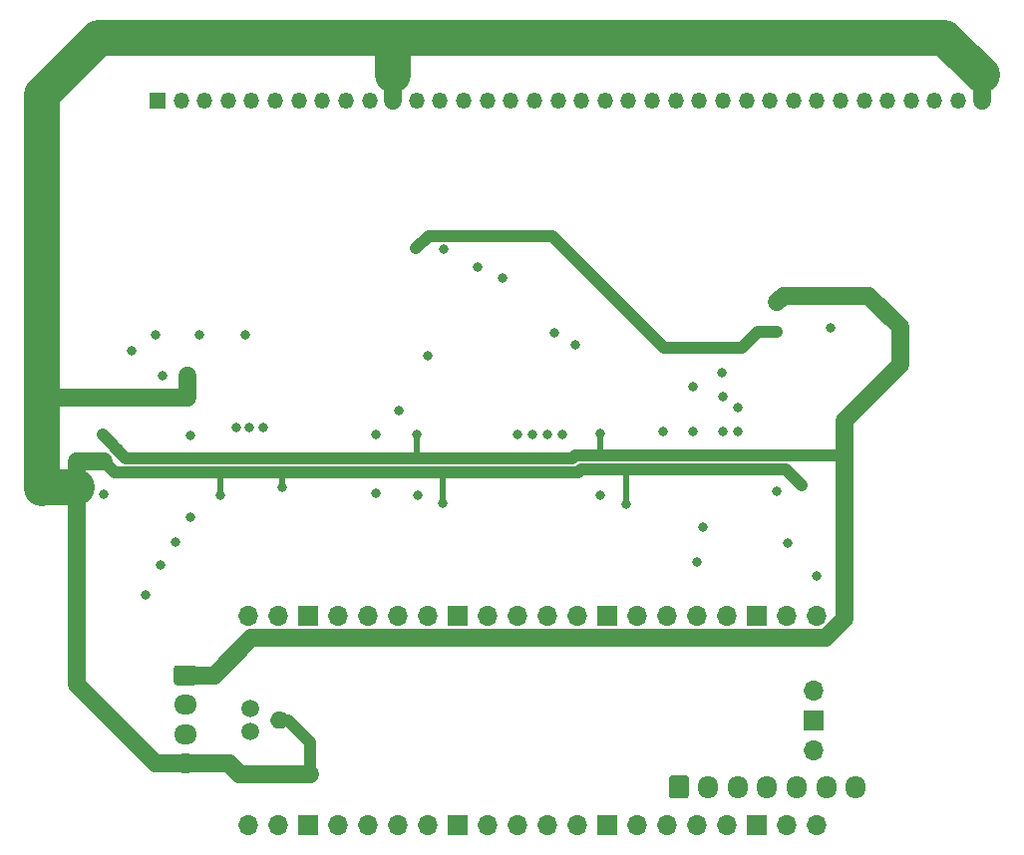
<source format=gbr>
%TF.GenerationSoftware,KiCad,Pcbnew,(5.1.9)-1*%
%TF.CreationDate,2021-04-30T23:03:23+10:00*%
%TF.ProjectId,RedPyKeeb_MCU,52656450-794b-4656-9562-5f4d43552e6b,rev?*%
%TF.SameCoordinates,Original*%
%TF.FileFunction,Copper,L2,Inr*%
%TF.FilePolarity,Positive*%
%FSLAX46Y46*%
G04 Gerber Fmt 4.6, Leading zero omitted, Abs format (unit mm)*
G04 Created by KiCad (PCBNEW (5.1.9)-1) date 2021-04-30 23:03:23*
%MOMM*%
%LPD*%
G01*
G04 APERTURE LIST*
%TA.AperFunction,ComponentPad*%
%ADD10O,1.700000X1.700000*%
%TD*%
%TA.AperFunction,ComponentPad*%
%ADD11R,1.700000X1.700000*%
%TD*%
%TA.AperFunction,ComponentPad*%
%ADD12C,1.500000*%
%TD*%
%TA.AperFunction,ComponentPad*%
%ADD13C,0.100000*%
%TD*%
%TA.AperFunction,ComponentPad*%
%ADD14O,1.700000X1.950000*%
%TD*%
%TA.AperFunction,ComponentPad*%
%ADD15O,1.950000X1.700000*%
%TD*%
%TA.AperFunction,ComponentPad*%
%ADD16R,1.350000X1.350000*%
%TD*%
%TA.AperFunction,ComponentPad*%
%ADD17O,1.350000X1.350000*%
%TD*%
%TA.AperFunction,ViaPad*%
%ADD18C,0.800000*%
%TD*%
%TA.AperFunction,Conductor*%
%ADD19C,1.524000*%
%TD*%
%TA.AperFunction,Conductor*%
%ADD20C,1.016000*%
%TD*%
%TA.AperFunction,Conductor*%
%ADD21C,3.048000*%
%TD*%
%TA.AperFunction,Conductor*%
%ADD22C,0.508000*%
%TD*%
G04 APERTURE END LIST*
D10*
%TO.N,Net-(U0-Pad1)*%
%TO.C,U0*%
X63628600Y-82089900D03*
%TO.N,Net-(U0-Pad2)*%
X66168600Y-82089900D03*
D11*
%TO.N,Net-(U0-Pad3)*%
X68708600Y-82089900D03*
D10*
%TO.N,LED_SCL_STATUS0_PICO*%
X71248600Y-82089900D03*
%TO.N,LED_SDA_STATUS0_PICO*%
X73788600Y-82089900D03*
%TO.N,Net-(U0-Pad6)*%
X76328600Y-82089900D03*
%TO.N,Net-(U0-Pad7)*%
X78868600Y-82089900D03*
D11*
%TO.N,Net-(U0-Pad8)*%
X81408600Y-82089900D03*
D10*
%TO.N,LED_SCL_ROW0_PICO*%
X83948600Y-82089900D03*
%TO.N,LED_SDA_ROW0_PICO*%
X86488600Y-82089900D03*
%TO.N,Net-(U0-Pad11)*%
X89028600Y-82089900D03*
%TO.N,Net-(U0-Pad12)*%
X91568600Y-82089900D03*
D11*
%TO.N,Net-(U0-Pad13)*%
X94108600Y-82089900D03*
D10*
%TO.N,SPI_CLK_PICO*%
X96648600Y-82089900D03*
%TO.N,SPI_MOSI_PICO*%
X99188600Y-82089900D03*
%TO.N,SPI_MISO_PICO*%
X101728600Y-82089900D03*
%TO.N,PICO_33_REF*%
X104268600Y-82089900D03*
D11*
%TO.N,Net-(U0-Pad18)*%
X106808600Y-82089900D03*
D10*
%TO.N,Net-(U0-Pad19)*%
X109348600Y-82089900D03*
%TO.N,Net-(U0-Pad20)*%
X111888600Y-82089900D03*
%TO.N,Net-(U0-Pad21)*%
X111888600Y-99869900D03*
%TO.N,Net-(J2-Pad5)*%
X109348600Y-99869900D03*
D11*
%TO.N,Net-(U0-Pad23)*%
X106808600Y-99869900D03*
D10*
%TO.N,Net-(J2-Pad3)*%
X104268600Y-99869900D03*
%TO.N,Net-(J2-Pad4)*%
X101728600Y-99869900D03*
%TO.N,Net-(J2-Pad6)*%
X99188600Y-99869900D03*
%TO.N,Net-(J2-Pad7)*%
X96648600Y-99869900D03*
D11*
%TO.N,Net-(U0-Pad28)*%
X94108600Y-99869900D03*
D10*
%TO.N,Net-(U0-Pad29)*%
X91568600Y-99869900D03*
%TO.N,Net-(U0-Pad30)*%
X89028600Y-99869900D03*
%TO.N,Net-(U0-Pad31)*%
X86488600Y-99869900D03*
%TO.N,Net-(U0-Pad32)*%
X83948600Y-99869900D03*
D11*
%TO.N,Net-(U0-Pad33)*%
X81408600Y-99869900D03*
D10*
%TO.N,Net-(U0-Pad34)*%
X78868600Y-99869900D03*
%TO.N,Net-(U0-Pad35)*%
X76328600Y-99869900D03*
%TO.N,Net-(J2-Pad1)*%
X73788600Y-99869900D03*
%TO.N,Net-(U0-Pad37)*%
X71248600Y-99869900D03*
D11*
%TO.N,Net-(J2-Pad2)*%
X68708600Y-99869900D03*
D10*
%TO.N,MAIN_VBUS*%
X66168600Y-99869900D03*
%TO.N,Net-(U0-Pad40)*%
X63628600Y-99869900D03*
%TO.N,Net-(U0-Pad41)*%
X111658600Y-88439900D03*
D11*
%TO.N,Net-(U0-Pad42)*%
X111658600Y-90979900D03*
D10*
%TO.N,Net-(U0-Pad43)*%
X111658600Y-93519900D03*
D12*
%TO.N,USB_DP*%
X63758600Y-89979900D03*
%TO.N,USB_DN*%
X63758600Y-91979900D03*
%TA.AperFunction,ComponentPad*%
D13*
%TO.N,GNDPWR*%
G36*
X65516718Y-90869852D02*
G01*
X65531077Y-90797665D01*
X65552442Y-90727233D01*
X65580608Y-90659234D01*
X65615304Y-90594323D01*
X65656194Y-90533126D01*
X65702887Y-90476231D01*
X65709817Y-90469301D01*
X65712406Y-90460766D01*
X65717027Y-90452121D01*
X65723245Y-90444545D01*
X65730821Y-90438327D01*
X65739466Y-90433706D01*
X65748001Y-90431117D01*
X65754931Y-90424187D01*
X65811826Y-90377494D01*
X65873023Y-90336604D01*
X65937934Y-90301908D01*
X66005933Y-90273742D01*
X66076365Y-90252377D01*
X66148552Y-90238018D01*
X66221799Y-90230803D01*
X66295401Y-90230803D01*
X66368648Y-90238018D01*
X66440835Y-90252377D01*
X66511267Y-90273742D01*
X66579266Y-90301908D01*
X66644177Y-90336604D01*
X66705374Y-90377494D01*
X66762269Y-90424187D01*
X66769199Y-90431117D01*
X66777734Y-90433706D01*
X66786379Y-90438327D01*
X66793955Y-90444545D01*
X66800173Y-90452121D01*
X66804794Y-90460766D01*
X66807383Y-90469301D01*
X66814313Y-90476231D01*
X66861006Y-90533126D01*
X66901896Y-90594323D01*
X66936592Y-90659234D01*
X66964758Y-90727233D01*
X66986123Y-90797665D01*
X67000482Y-90869852D01*
X67007697Y-90943099D01*
X67007697Y-91016701D01*
X67000482Y-91089948D01*
X66986123Y-91162135D01*
X66964758Y-91232567D01*
X66936592Y-91300566D01*
X66901896Y-91365477D01*
X66861006Y-91426674D01*
X66814313Y-91483569D01*
X66807383Y-91490499D01*
X66804794Y-91499034D01*
X66800173Y-91507679D01*
X66793955Y-91515255D01*
X66786379Y-91521473D01*
X66777734Y-91526094D01*
X66769199Y-91528683D01*
X66762269Y-91535613D01*
X66705374Y-91582306D01*
X66644177Y-91623196D01*
X66579266Y-91657892D01*
X66511267Y-91686058D01*
X66440835Y-91707423D01*
X66368648Y-91721782D01*
X66295401Y-91728997D01*
X66221799Y-91728997D01*
X66148552Y-91721782D01*
X66076365Y-91707423D01*
X66005933Y-91686058D01*
X65937934Y-91657892D01*
X65873023Y-91623196D01*
X65811826Y-91582306D01*
X65754931Y-91535613D01*
X65748001Y-91528683D01*
X65739466Y-91526094D01*
X65730821Y-91521473D01*
X65723245Y-91515255D01*
X65717027Y-91507679D01*
X65712406Y-91499034D01*
X65709817Y-91490499D01*
X65702887Y-91483569D01*
X65656194Y-91426674D01*
X65615304Y-91365477D01*
X65580608Y-91300566D01*
X65552442Y-91232567D01*
X65531077Y-91162135D01*
X65516718Y-91089948D01*
X65509503Y-91016701D01*
X65509503Y-90943099D01*
X65516718Y-90869852D01*
G37*
%TD.AperFunction*%
%TD*%
D14*
%TO.N,Net-(J2-Pad7)*%
%TO.C,J2*%
X115177600Y-96672400D03*
%TO.N,Net-(J2-Pad6)*%
X112677600Y-96672400D03*
%TO.N,Net-(J2-Pad5)*%
X110177600Y-96672400D03*
%TO.N,Net-(J2-Pad4)*%
X107677600Y-96672400D03*
%TO.N,Net-(J2-Pad3)*%
X105177600Y-96672400D03*
%TO.N,Net-(J2-Pad2)*%
X102677600Y-96672400D03*
%TO.N,Net-(J2-Pad1)*%
%TA.AperFunction,ComponentPad*%
G36*
G01*
X99327600Y-97397400D02*
X99327600Y-95947400D01*
G75*
G02*
X99577600Y-95697400I250000J0D01*
G01*
X100777600Y-95697400D01*
G75*
G02*
X101027600Y-95947400I0J-250000D01*
G01*
X101027600Y-97397400D01*
G75*
G02*
X100777600Y-97647400I-250000J0D01*
G01*
X99577600Y-97647400D01*
G75*
G02*
X99327600Y-97397400I0J250000D01*
G01*
G37*
%TD.AperFunction*%
%TD*%
D15*
%TO.N,GNDPWR*%
%TO.C,J0*%
X58267600Y-94687400D03*
%TO.N,USB_DN*%
X58267600Y-92187400D03*
%TO.N,USB_DP*%
X58267600Y-89687400D03*
%TO.N,MAIN_VBUS*%
%TA.AperFunction,ComponentPad*%
G36*
G01*
X57542600Y-86337400D02*
X58992600Y-86337400D01*
G75*
G02*
X59242600Y-86587400I0J-250000D01*
G01*
X59242600Y-87787400D01*
G75*
G02*
X58992600Y-88037400I-250000J0D01*
G01*
X57542600Y-88037400D01*
G75*
G02*
X57292600Y-87787400I0J250000D01*
G01*
X57292600Y-86587400D01*
G75*
G02*
X57542600Y-86337400I250000J0D01*
G01*
G37*
%TD.AperFunction*%
%TD*%
D16*
%TO.N,KEY_ROW0*%
%TO.C,J1*%
X55905400Y-38366700D03*
D17*
%TO.N,KEY_ROW1*%
X57905400Y-38366700D03*
%TO.N,KEY_ROW2*%
X59905400Y-38366700D03*
%TO.N,KEY_ROW3*%
X61905400Y-38366700D03*
%TO.N,KEY_ROW4*%
X63905400Y-38366700D03*
%TO.N,KEY_ROW5*%
X65905400Y-38366700D03*
%TO.N,KEY_ROW6*%
X67905400Y-38366700D03*
%TO.N,MAIN_VBUS*%
X69905400Y-38366700D03*
%TO.N,LED_SDA_ROW0*%
X71905400Y-38366700D03*
%TO.N,LED_SCL_ROW0*%
X73905400Y-38366700D03*
%TO.N,GNDPWR*%
X75905400Y-38366700D03*
%TO.N,KEY_COL0*%
X77905400Y-38366700D03*
%TO.N,KEY_COL1*%
X79905400Y-38366700D03*
%TO.N,KEY_COL2*%
X81905400Y-38366700D03*
%TO.N,KEY_COL3*%
X83905400Y-38366700D03*
%TO.N,KEY_COL4*%
X85905400Y-38366700D03*
%TO.N,KEY_COL5*%
X87905400Y-38366700D03*
%TO.N,KEY_COL6*%
X89905400Y-38366700D03*
%TO.N,KEY_COL7*%
X91905400Y-38366700D03*
%TO.N,KEY_COL8*%
X93905400Y-38366700D03*
%TO.N,KEY_COL9*%
X95905400Y-38366700D03*
%TO.N,KEY_COL10*%
X97905400Y-38366700D03*
%TO.N,KEY_COL11*%
X99905400Y-38366700D03*
%TO.N,KEY_COL12*%
X101905400Y-38366700D03*
%TO.N,KEY_COL13*%
X103905400Y-38366700D03*
%TO.N,KEY_COL14*%
X105905400Y-38366700D03*
%TO.N,KEY_COL15*%
X107905400Y-38366700D03*
%TO.N,KEY_COL16*%
X109905400Y-38366700D03*
%TO.N,KEY_COL17*%
X111905400Y-38366700D03*
%TO.N,KEY_COL18*%
X113905400Y-38366700D03*
%TO.N,KEY_COL19*%
X115905400Y-38366700D03*
%TO.N,KEY_COL20*%
X117905400Y-38366700D03*
%TO.N,MAIN_VBUS*%
X119905400Y-38366700D03*
%TO.N,LED_SDA_STATUS0*%
X121905400Y-38366700D03*
%TO.N,LED_SCL_STATUS0*%
X123905400Y-38366700D03*
%TO.N,GNDPWR*%
X125905400Y-38366700D03*
%TD*%
D18*
%TO.N,GNDPWR*%
X61214000Y-71882000D03*
X58470800Y-61722000D03*
X108521500Y-57975500D03*
X59499500Y-58280300D03*
X63322200Y-58280300D03*
X110617000Y-71069200D03*
X66471800Y-71221600D03*
X77825600Y-50927000D03*
X49072800Y-71221600D03*
X51308000Y-68906300D03*
X80111600Y-72593200D03*
X95732600Y-72669400D03*
%TO.N,MAIN_VBUS*%
X56337200Y-61722000D03*
X108508800Y-55486300D03*
X55702200Y-58267600D03*
X114274600Y-67843400D03*
X93522800Y-66602700D03*
X77889100Y-66729700D03*
X80225900Y-50965100D03*
X51227900Y-66729700D03*
%TO.N,IO_INT0*%
X86461600Y-66700400D03*
X83058000Y-52476400D03*
%TO.N,IO_INT1*%
X87731600Y-66700400D03*
X85242400Y-53390800D03*
%TO.N,IO_INT2*%
X89001600Y-66700400D03*
X89611200Y-58115200D03*
%TO.N,IO_INT3*%
X90271600Y-66700400D03*
X91389200Y-59131200D03*
%TO.N,PICO_33_REF*%
X98793300Y-66473300D03*
X93459300Y-71873200D03*
X108496100Y-71555700D03*
X78016100Y-71885900D03*
X51346100Y-71822400D03*
X103822500Y-61480700D03*
%TO.N,Net-(U0-Pad21)*%
X63703200Y-66090800D03*
%TO.N,LED_SCL_STATUS0*%
X58674000Y-66802000D03*
X53746400Y-59639200D03*
%TO.N,Net-(U0-Pad1)*%
X74422000Y-71729600D03*
%TO.N,SPI_MISO_PICO*%
X102222300Y-74625200D03*
X101728600Y-77519200D03*
%TO.N,Net-(U0-Pad19)*%
X109423200Y-75946000D03*
X64871600Y-66090800D03*
%TO.N,Net-(U0-Pad20)*%
X111888600Y-78763800D03*
X62585600Y-66090800D03*
%TO.N,SPI_MISO*%
X105156000Y-66446400D03*
X105206800Y-64414400D03*
%TO.N,SPI_MOSI*%
X103886000Y-66497200D03*
X103886000Y-63500000D03*
%TO.N,SPI_CLK*%
X101346000Y-66497200D03*
X101346000Y-62636400D03*
%TO.N,IO_CS0*%
X74422000Y-66751200D03*
X78892400Y-59994800D03*
%TO.N,IO_CS1*%
X113080800Y-57658000D03*
X76403200Y-64719200D03*
%TO.N,LED_SCL_STATUS0_PICO*%
X58694301Y-73741299D03*
%TO.N,LED_SDA_STATUS0_PICO*%
X57424301Y-75864701D03*
%TO.N,LED_SCL_ROW0_PICO*%
X56154301Y-77845901D03*
%TO.N,LED_SDA_ROW0_PICO*%
X54884301Y-80385901D03*
%TD*%
D19*
%TO.N,GNDPWR*%
X61985338Y-94687400D02*
X62864839Y-95566901D01*
X58267600Y-94687400D02*
X61985338Y-94687400D01*
D20*
X67016931Y-90979900D02*
X66258600Y-90979900D01*
X68885399Y-92848368D02*
X67016931Y-90979900D01*
X68885399Y-95566901D02*
X68885399Y-92848368D01*
D19*
X62864839Y-95566901D02*
X68885399Y-95566901D01*
X55768600Y-94687400D02*
X58267600Y-94687400D01*
X49072800Y-87991600D02*
X55768600Y-94687400D01*
X49072800Y-71221600D02*
X49072800Y-87991600D01*
X75905400Y-36129000D02*
X75905400Y-38366700D01*
X125905400Y-36192600D02*
X125905400Y-38366700D01*
D21*
X46126400Y-37846000D02*
X50952400Y-33020000D01*
X50952400Y-33020000D02*
X72796400Y-33020000D01*
X122732800Y-33020000D02*
X125905400Y-36192600D01*
X75905400Y-36129000D02*
X75905400Y-33030200D01*
X75905400Y-33030200D02*
X75895200Y-33020000D01*
X75895200Y-33020000D02*
X122732800Y-33020000D01*
X72796400Y-33020000D02*
X75895200Y-33020000D01*
D19*
X46523201Y-59629601D02*
X46126400Y-59232800D01*
D21*
X46126400Y-59232800D02*
X46126400Y-37846000D01*
X46177200Y-71221600D02*
X49072800Y-71221600D01*
D19*
X49123600Y-68986400D02*
X51308000Y-68986400D01*
X49072800Y-69037200D02*
X49123600Y-68986400D01*
X49072800Y-71221600D02*
X49072800Y-69037200D01*
D20*
X110617000Y-71069200D02*
X109245400Y-69697600D01*
X91897200Y-69697600D02*
X91643200Y-69951600D01*
X52273200Y-69951600D02*
X51308000Y-68986400D01*
D22*
X61264800Y-71831200D02*
X61214000Y-71882000D01*
X61264800Y-69951600D02*
X61264800Y-71831200D01*
D20*
X61264800Y-69951600D02*
X52273200Y-69951600D01*
D22*
X66471800Y-70078600D02*
X66598800Y-69951600D01*
X66471800Y-71221600D02*
X66471800Y-70078600D01*
D20*
X66598800Y-69951600D02*
X61264800Y-69951600D01*
D22*
X80111600Y-70002400D02*
X80162400Y-69951600D01*
X80111600Y-72593200D02*
X80111600Y-70002400D01*
D20*
X80162400Y-69951600D02*
X66598800Y-69951600D01*
X91643200Y-69951600D02*
X80162400Y-69951600D01*
D22*
X95732600Y-69723000D02*
X95758000Y-69697600D01*
D20*
X95758000Y-69697600D02*
X91897200Y-69697600D01*
D22*
X95732600Y-72669400D02*
X95732600Y-69723000D01*
D20*
X109245400Y-69697600D02*
X95758000Y-69697600D01*
D19*
X46440799Y-60359999D02*
X46126400Y-60045600D01*
D21*
X46126400Y-60045600D02*
X46126400Y-59232800D01*
D19*
X46126400Y-62992000D02*
X46685200Y-63550800D01*
D21*
X46126400Y-71272400D02*
X46126400Y-62992000D01*
X46126400Y-62992000D02*
X46126400Y-60045600D01*
D19*
X46685200Y-63550800D02*
X58420000Y-63550800D01*
X58420000Y-61772800D02*
X58470800Y-61722000D01*
X58420000Y-63550800D02*
X58420000Y-61772800D01*
D20*
X106870500Y-57975500D02*
X108521500Y-57975500D01*
X98907600Y-59334400D02*
X105511600Y-59334400D01*
X89430299Y-49857099D02*
X98907600Y-59334400D01*
X105511600Y-59334400D02*
X106870500Y-57975500D01*
X78895501Y-49857099D02*
X89430299Y-49857099D01*
X77825600Y-50927000D02*
X78895501Y-49857099D01*
D19*
%TO.N,MAIN_VBUS*%
X60693698Y-87187400D02*
X58267600Y-87187400D01*
X63895998Y-83985100D02*
X60693698Y-87187400D01*
X112675162Y-83985100D02*
X63895998Y-83985100D01*
X114274600Y-82385662D02*
X112675162Y-83985100D01*
X118973600Y-57607200D02*
X116281200Y-54914800D01*
X109080300Y-54914800D02*
X108508800Y-55486300D01*
X116281200Y-54914800D02*
X109080300Y-54914800D01*
X114274600Y-67843400D02*
X114274600Y-65506600D01*
X118973600Y-60807600D02*
X118973600Y-57607200D01*
X114274600Y-65506600D02*
X118973600Y-60807600D01*
D20*
X52522590Y-68024390D02*
X52530390Y-68024390D01*
X53233790Y-68735590D02*
X51227900Y-66729700D01*
X91386010Y-68481590D02*
X91132010Y-68735590D01*
X113839610Y-68481590D02*
X114274600Y-68046600D01*
D19*
X114274600Y-68046600D02*
X114274600Y-82385662D01*
D20*
X112264810Y-68481590D02*
X113839610Y-68481590D01*
D19*
X114274600Y-67716400D02*
X114274600Y-68046600D01*
D22*
X93522800Y-68224400D02*
X93779990Y-68481590D01*
X93522800Y-66602700D02*
X93522800Y-68224400D01*
D20*
X93779990Y-68481590D02*
X112264810Y-68481590D01*
X91386010Y-68481590D02*
X93779990Y-68481590D01*
D22*
X77889100Y-68618100D02*
X77771610Y-68735590D01*
X77889100Y-66729700D02*
X77889100Y-68618100D01*
D20*
X77771610Y-68735590D02*
X53233790Y-68735590D01*
X91132010Y-68735590D02*
X77771610Y-68735590D01*
%TD*%
M02*

</source>
